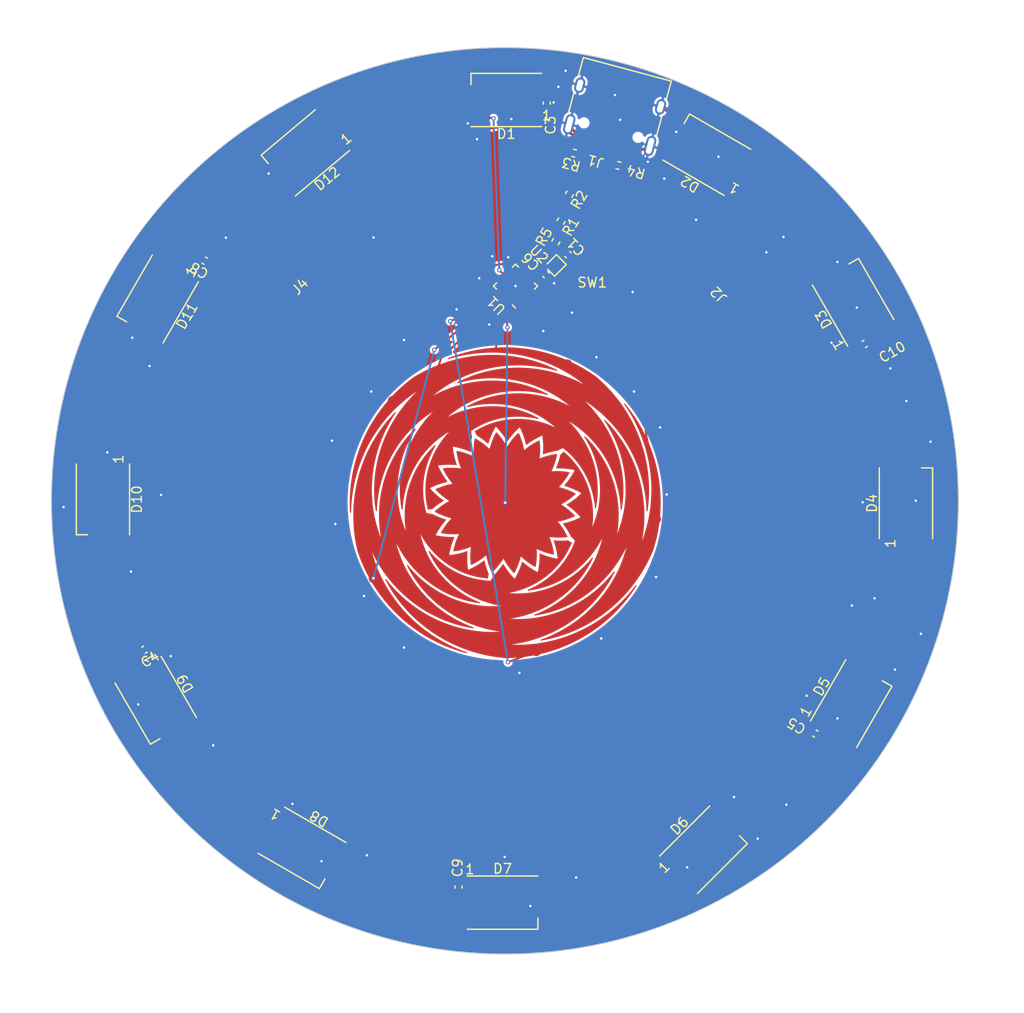
<source format=kicad_pcb>
(kicad_pcb (version 20221018) (generator pcbnew)
  (layers (0 "F.Cu" signal) (31 "B.Cu" signal) (34 "B.Paste" user) (35 "F.Paste" user) (36 "B.SilkS" user "B.Silkscreen") (37 "F.SilkS" user "F.Silkscreen") (38 "B.Mask" user) (39 "F.Mask" user) (44 "Edge.Cuts" user))
  (net 0 "")
  (net 1 "+5V")
  (net 2 "GND")
  (net 3 "Net-(D1-DOUT)")
  (net 4 "WS2812B")
  (net 5 "Net-(D2-DOUT)")
  (net 6 "Net-(D3-DOUT)")
  (net 7 "Net-(D4-DOUT)")
  (net 8 "Net-(D5-DOUT)")
  (net 9 "Net-(D6-DOUT)")
  (net 10 "Net-(D7-DOUT)")
  (net 11 "Net-(D8-DOUT)")
  (net 12 "Net-(D10-DIN)")
  (net 13 "Net-(D10-DOUT)")
  (net 14 "Net-(D11-DOUT)")
  (net 16 "Net-(J1-CC1)")
  (net 17 "Net-(J1-D+-PadA6)")
  (net 18 "Net-(J1-D--PadA7)")
  (net 20 "Net-(J1-CC2)")
  (net 22 "D-")
  (net 23 "D+")
  (net 24 "DPU")
  (net 25 "PD7NRST")
  (net 26 "A1")
  (net 27 "A0")
  (net 29 "VDD")
  (net 31 "A2")
  (net 34 "SWIO")
  (net 35 "A3")
  (net 36 "A4")
  (net 37 "A7")
  (net 38 "A5")
  (net 39 "A6")
  (footprint "Capacitor_SMD:C_0402_1005Metric" (layer "F.Cu") (at 152.409411 65.549411 -45)
    (fp_text reference "C1")
    (fp_text value "1u")
  )
  (footprint "Capacitor_SMD:C_0402_1005Metric" (layer "F.Cu") (at 183.04 74.77 30)
    (fp_text reference "C10")
    (fp_text value "1u")
  )
  (footprint "Resistor_SMD:R_0402_1005Metric" (layer "F.Cu") (at 153.042622 55.061999 165)
    (fp_text reference "R3")
    (fp_text value "5.1k")
  )
  (footprint "LED_SMD:LED_WS2812B_PLCC4_5.0x5.0mm_P3.2mm" (layer "F.Cu") (at 124.951226 126.817678 -30)
    (fp_text reference "D8")
    (fp_text value "LC8812B-5050RGBY")
  )
  (footprint "Capacitor_SMD:C_0402_1005Metric" (layer "F.Cu") (at 141.11 130.86 -90)
    (fp_text reference "C9")
    (fp_text value "1u")
  )
  (footprint "Resistor_SMD:R_0402_1005Metric" (layer "F.Cu") (at 157.61 56.33 -15)
    (fp_text reference "R4")
    (fp_text value "5.1k")
  )
  (footprint "Resistor_SMD:R_0402_1005Metric" (layer "F.Cu") (at 152.555 59.301673 -120)
    (fp_text reference "R2")
    (fp_text value "33")
  )
  (footprint "LED_SMD:LED_WS2812B_PLCC4_5.0x5.0mm_P3.2mm" (layer "F.Cu") (at 146.04598 49.568801 180)
    (fp_text reference "D1")
    (fp_text value "LC8812B-5050RGBY")
  )
  (footprint "cnhardware:xdfn-reg" (layer "F.Cu") (at 151.116066 66.658959 -45)
    (fp_text reference "U2")
    (fp_text value "3.3vReg")
  )
  (footprint "LED_SMD:LED_WS2812B_PLCC4_5.0x5.0mm_P3.2mm" (layer "F.Cu") (at 181.646267 111.916164 60)
    (fp_text reference "D5")
    (fp_text value "LC8812B-5050RGBY")
  )
  (footprint "LED_SMD:LED_WS2812B_PLCC4_5.0x5.0mm_P3.2mm" (layer "F.Cu") (at 166.401826 127.015667 45)
    (fp_text reference "D6")
    (fp_text value "LC8812B-5050RGBY")
  )
  (footprint "LED_SMD:LED_WS2812B_PLCC4_5.0x5.0mm_P3.2mm" (layer "F.Cu") (at 125.294155 55.023133 -140)
    (fp_text reference "D12")
    (fp_text value "LC8812B-5050RGBY")
  )
  (footprint "cnhardware:touchpad_12.5x7mm_retircle" (layer "F.Cu") (at 168.32 69.32 135)
    (fp_text reference "J2")
    (fp_text value "~")
  )
  (footprint "Resistor_SMD:R_0402_1005Metric" (layer "F.Cu") (at 151.16 64.19 -120)
    (fp_text reference "R5")
    (fp_text value "1.5k 1%")
  )
  (footprint "Capacitor_SMD:C_0402_1005Metric" (layer "F.Cu") (at 150.139411 67.609411 -45)
    (fp_text reference "C6")
    (fp_text value "1u")
  )
  (footprint "LED_SMD:LED_WS2812B_PLCC4_5.0x5.0mm_P3.2mm" (layer "F.Cu") (at 166.744754 55.221123 150)
    (fp_text reference "D2")
    (fp_text value "LC8812B-5050RGBY")
  )
  (footprint "LED_SMD:LED_WS2812B_PLCC4_5.0x5.0mm_P3.2mm" (layer "F.Cu") (at 110.049713 70.122636 -120)
    (fp_text reference "D11")
    (fp_text value "LC8812B-5050RGBY")
  )
  (footprint "Capacitor_SMD:C_0402_1005Metric" (layer "F.Cu") (at 114.91 66.16 150)
    (fp_text reference "C8")
    (fp_text value "1u")
  )
  (footprint "LED_SMD:LED_WS2812B_PLCC4_5.0x5.0mm_P3.2mm" (layer "F.Cu") (at 104.397391 90.821411 -90)
    (fp_text reference "D10")
    (fp_text value "LC8812B-5050RGBY")
  )
  (footprint "cnhardware:Touch_Teeth_5" (layer "F.Cu") (at 129.927014 75.162716)
    (fp_text reference "J3" hide)
    (fp_text value "TouchTeeth" hide)
  )
  (footprint "Resistor_SMD:R_0402_1005Metric" (layer "F.Cu") (at 151.69 62.07 -120)
    (fp_text reference "R1")
    (fp_text value "33")
  )
  (footprint "Capacitor_SMD:C_0402_1005Metric" (layer "F.Cu") (at 108.685692 106.35 -150)
    (fp_text reference "C4")
    (fp_text value "1u")
  )
  (footprint "cnhardware:TS-1187A-B-A-B-TACTILE" (layer "F.Cu") (at 154.91 71.425)
    (fp_text reference "SW1")
    (fp_text value "BOOT")
  )
  (footprint "Package_DFN_QFN:QFN-20-1EP_3x3mm_P0.4mm_EP1.65x1.65mm" (layer "F.Cu") (at 146.990381 68.78901 135)
    (fp_text reference "U1")
    (fp_text value "CH32V003F4U6")
  )
  (footprint "Connector_USB:USB_C_Receptacle_HRO_TYPE-C-31-M-12" (layer "F.Cu") (at 157.52 50.17 165)
    (fp_text reference "J1")
    (fp_text value "USB_C_Receptacle_USB2.0")
  )
  (footprint "LED_SMD:LED_WS2812B_PLCC4_5.0x5.0mm_P3.2mm" (layer "F.Cu") (at 181.844257 70.465565 120)
    (fp_text reference "D3")
    (fp_text value "LC8812B-5050RGBY")
  )
  (footprint "Capacitor_SMD:C_0402_1005Metric" (layer "F.Cu") (at 177.944308 115.01 -30)
    (fp_text reference "C5")
    (fp_text value "1u")
  )
  (footprint "cnhardware:touchpad_12.5x7mm_retircle" (layer "F.Cu") (at 125.1 69.19 45)
    (fp_text reference "J4")
    (fp_text value "~")
  )
  (footprint "Capacitor_SMD:C_0402_1005Metric" (layer "F.Cu") (at 150.22 49.89 90)
    (fp_text reference "C3")
    (fp_text value "1u")
  )
  (footprint "LED_SMD:LED_WS2812B_PLCC4_5.0x5.0mm_P3.2mm" (layer "F.Cu") (at 145.65 132.47)
    (fp_text reference "D7")
    (fp_text value "LC8812B-5050RGBY")
  )
  (footprint "LED_SMD:LED_WS2812B_PLCC4_5.0x5.0mm_P3.2mm" (layer "F.Cu") (at 187.29859 91.21739 90)
    (fp_text reference "D4")
    (fp_text value "LC8812B-5050RGBY")
  )
  (footprint "LED_SMD:LED_WS2812B_PLCC4_5.0x5.0mm_P3.2mm" (layer "F.Cu") (at 109.851723 111.573236 -60)
    (fp_text reference "D9")
    (fp_text value "LC8812B-5050RGBY")
  )
  (gr_circle (center 145.896719 90.97) (end 192.236719 97.68) (stroke (width 0.1)) (fill none) (layer "Edge.Cuts"))
  (segment (start 106.86 92.35) (end 109.545883 106.03) (width 0.25) (layer "F.Cu") (net 1))
  (segment (start 115.401675 66.591675) (end 125.62 58.13) (width 0.25) (layer "F.Cu") (net 1))
  (segment (start 109.101384 106.11) (end 109.545883 106.03) (width 0.2) (layer "F.Cu") (net 1))
  (segment (start 181.01 107.6) (end 185.64859 93.66739) (width 0.25) (layer "F.Cu") (net 1))
  (segment (start 177.66 68.54) (end 168.041516 57.875065) (width 0.25) (layer "F.Cu") (net 1))
  (segment (start 155.04 51.91) (end 154.98 51.4) (width 0.25) (layer "F.Cu") (net 1))
  (segment (start 162.52 55.6) (end 164.21 56.63) (width 0.25) (layer "F.Cu") (net 1))
  (segment (start 181.640315 73.412327) (end 178.78 70.44) (width 0.25) (layer "F.Cu") (net 1))
  (segment (start 125.62 58.13) (end 128.231563 54.712277) (width 0.25) (layer "F.Cu") (net 1))
  (segment (start 165.9 123.59) (end 178.992325 113.212926) (width 0.25) (layer "F.Cu") (net 1))
  (segment (start 143.2 130.82) (end 147.09 129.95) (width 0.25) (layer "F.Cu") (net 1))
  (segment (start 178.78 70.44) (end 177.66 68.54) (width 0.25) (layer "F.Cu") (net 1))
  (segment (start 154.98 51.4) (end 154.41 50.94) (width 0.25) (layer "F.Cu") (net 1))
  (segment (start 178.992325 113.212926) (end 179.96 109.03) (width 0.25) (layer "F.Cu") (net 1))
  (segment (start 111.44 73.06) (end 106.047391 88.371411) (width 0.25) (layer "F.Cu") (net 1))
  (segment (start 151.91 66.24) (end 151.717107 66.552893) (width 0.2) (layer "F.Cu") (net 1))
  (segment (start 112.7 111.31) (end 110.055665 108.626474) (width 0.25) (layer "F.Cu") (net 1))
  (segment (start 161.78 52.85) (end 162.485018 55.47) (width 0.25) (layer "F.Cu") (net 1))
  (segment (start 154.106559 53.443063) (end 154.64 52.44) (width 0.25) (layer "F.Cu") (net 1))
  (segment (start 184.95 92.09) (end 185.64859 93.66739) (width 0.25) (layer "F.Cu") (net 1))
  (segment (start 109.545883 106.03) (end 110.055665 108.626474) (width 0.25) (layer "F.Cu") (net 1))
  (segment (start 162.485018 55.47) (end 162.52 55.6) (width 0.25) (layer "F.Cu") (net 1))
  (segment (start 115.245692 66.06) (end 115.401675 66.591675) (width 0.2) (layer "F.Cu") (net 1))
  (segment (start 181.640315 73.412327) (end 182.624308 75.01) (width 0.25) (layer "F.Cu") (net 1))
  (segment (start 163.502688 127.581352) (end 165.9 123.59) (width 0.25) (layer "F.Cu") (net 1))
  (segment (start 151.5 65.87) (end 151.91 66.24) (width 0.2) (layer "F.Cu") (net 1))
  (segment (start 158.84 53.64) (end 158.87 52.94) (width 0.25) (layer "F.Cu") (net 1))
  (segment (start 179.96 109.03) (end 181.01 107.6) (width 0.25) (layer "F.Cu") (net 1))
  (segment (start 154.41 50.94) (end 152.23 50.2) (width 0.25) (layer "F.Cu") (net 1))
  (segment (start 150.22 50.37) (end 150.21 50.751143) (width 0.2) (layer "F.Cu") (net 1))
  (segment (start 128.231563 54.712277) (end 147.31 52.08) (width 0.25) (layer "F.Cu") (net 1))
  (segment (start 182.624308 75.01) (end 184.95 92.09) (width 0.25) (layer "F.Cu") (net 1))
  (segment (start 151.5 65.87) (end 152.07 65.21) (width 0.2) (layer "F.Cu") (net 1))
  (segment (start 112.703655 68.825874) (end 115.401675 66.591675) (width 0.25) (layer "F.Cu") (net 1))
  (segment (start 164.21 56.63) (end 168.041516 57.875065) (width 0.25) (layer "F.Cu") (net 1))
  (segment (start 106.047391 88.371411) (end 106.86 92.35) (width 0.25) (layer "F.Cu") (net 1))
  (segment (start 123.654464 124.163736) (end 112.7 111.31) (width 0.25) (layer "F.Cu") (net 1))
  (segment (start 162.485018 55.47) (end 152.07 65.21) (width 0.25) (layer "F.Cu") (net 1))
  (segment (start 159.25 52.52) (end 161.05 52.28) (width 0.25) (layer "F.Cu") (net 1))
  (segment (start 112.703655 68.825874) (end 111.44 73.06) (width 0.25) (layer "F.Cu") (net 1))
  (segment (start 158.87 52.94) (end 159.25 52.52) (width 0.25) (layer "F.Cu") (net 1))
  (segment (start 161.05 52.28) (end 161.78 52.85) (width 0.25) (layer "F.Cu") (net 1))
  (segment (start 152.23 50.2) (end 150.21 50.751143) (width 0.25) (layer "F.Cu") (net 1))
  (segment (start 151.222132 66.057918) (end 151.5 65.87) (width 0.2) (layer "F.Cu") (net 1))
  (segment (start 143.2 130.82) (end 127.23 125.28) (width 0.25) (layer "F.Cu") (net 1))
  (segment (start 158.839595 54.711277) (end 158.84 53.64) (width 0.25) (layer "F.Cu") (net 1))
  (segment (start 150.21 50.751143) (end 148.49598 51.218801) (width 0.25) (layer "F.Cu") (net 1))
  (segment (start 147.31 52.08) (end 148.49598 51.218801) (width 0.25) (layer "F.Cu") (net 1))
  (segment (start 127.23 125.28) (end 123.654464 124.163736) (width 0.25) (layer "F.Cu") (net 1))
  (segment (start 154.64 52.44) (end 155.04 51.91) (width 0.25) (layer "F.Cu") (net 1))
  (segment (start 147.09 129.95) (end 163.502688 127.581352) (width 0.25) (layer "F.Cu") (net 1))
  (segment (start 180.74 113.75) (end 184.300209 110.619402) (width 0.2) (layer "F.Cu") (net 2))
  (segment (start 110.58 68.84) (end 107.395771 71.419398) (width 0.2) (layer "F.Cu") (net 2))
  (segment (start 107.11 111.82) (end 109.647781 114.519998) (width 0.25) (layer "F.Cu") (net 2))
  (segment (start 122.78 128.91) (end 126.247988 129.47162) (width 0.25) (layer "F.Cu") (net 2))
  (segment (start 144.51 135.19) (end 148.1 134.12) (width 0.25) (layer "F.Cu") (net 2))
  (segment (start 152.42 66.8) (end 151.63 67.35) (width 0.2) (layer "F.Cu") (net 2))
  (segment (start 158.102622 56.461998) (end 159.33 55.9) (width 0.2) (layer "F.Cu") (net 2))
  (segment (start 120.71 127.8) (end 122.78 128.91) (width 0.25) (layer "F.Cu") (net 2))
  (segment (start 152.748822 65.888822) (end 152.42 66.8) (width 0.2) (layer "F.Cu") (net 2))
  (segment (start 147.894482 69.115518) (end 146.990381 68.78901) (width 0.2) (layer "F.Cu") (net 2))
  (segment (start 174.95 122.35) (end 182.64 115.79) (width 0.25) (layer "F.Cu") (net 2))
  (segment (start 152.748822 65.888822) (end 153.79 65.27) (width 0.2) (layer "F.Cu") (net 2))
  (segment (start 139.04 73.03) (end 139.76 73.32) (width 0.2) (layer "F.Cu") (net 2))
  (segment (start 101.84 87.03) (end 107.395771 71.419398) (width 0.25) (layer "F.Cu") (net 2))
  (segment (start 165.67 131.51) (end 167.27 129.9) (width 0.25) (layer "F.Cu") (net 2))
  (segment (start 114.494308 65.92) (end 110.58 68.84) (width 0.2) (layer "F.Cu") (net 2))
  (segment (start 141.11 131.34) (end 143.01 132.18) (width 0.2) (layer "F.Cu") (net 2))
  (segment (start 169.300964 126.449982) (end 174.95 122.35) (width 0.25) (layer "F.Cu") (net 2))
  (segment (start 147.894482 69.115518) (end 147.52 68.73) (width 0.2) (layer "F.Cu") (net 2))
  (segment (start 109.647781 114.519998) (end 120.71 127.8) (width 0.25) (layer "F.Cu") (net 2))
  (segment (start 182.64 115.79) (end 183.41 114.18) (width 0.25) (layer "F.Cu") (net 2))
  (segment (start 151.01 67.26) (end 151.116066 66.658959) (width 0.2) (layer "F.Cu") (net 2))
  (segment (start 108.95 109.67) (end 109.647781 114.519998) (width 0.2) (layer "F.Cu") (net 2))
  (segment (start 108.27 106.59) (end 108.95 109.67) (width 0.2) (layer "F.Cu") (net 2))
  (segment (start 165.447992 52.567181) (end 161.96456 50.273876) (width 0.25) (layer "F.Cu") (net 2))
  (segment (start 149.09 69.93) (end 150.478822 67.948822) (width 0.2) (layer "F.Cu") (net 2))
  (segment (start 178.36 115.25) (end 180.74 113.75) (width 0.2) (layer "F.Cu") (net 2))
  (segment (start 167.27 129.9) (end 169.300964 126.449982) (width 0.25) (layer "F.Cu") (net 2))
  (segment (start 148.9 46.79) (end 143.59598 47.918801) (width 0.25) (layer "F.Cu") (net 2))
  (segment (start 143.59598 47.918801) (end 125.99 50.94) (width 0.25) (layer "F.Cu") (net 2))
  (segment (start 142.34 135.26) (end 144.51 135.19) (width 0.25) (layer "F.Cu") (net 2))
  (segment (start 148.68 69.93) (end 149.09 69.93) (width 0.2) (layer "F.Cu") (net 2))
  (segment (start 150.478822 67.948822) (end 150.975501 68.504499) (width 0.2) (layer "F.Cu") (net 2))
  (segment (start 188.94859 88.76739) (end 187.340996 80.65) (width 0.25) (layer "F.Cu") (net 2))
  (segment (start 152.537097 52.07525) (end 153.333818 53.236008) (width 0.25) (layer "F.Cu") (net 2))
  (segment (start 105.88 110.03) (end 107.11 111.82) (width 0.25) (layer "F.Cu") (net 2))
  (segment (start 150.478822 67.948822) (end 151.01 67.26) (width 0.2) (layer "F.Cu") (net 2))
  (segment (start 153.61896 48.03768) (end 148.9 46.79) (width 0.25) (layer "F.Cu") (net 2))
  (segment (start 108.45 67.4) (end 109.62 65.5) (width 0.25) (layer "F.Cu") (net 2))
  (segment (start 107.395771 71.419398) (end 108.45 67.4) (width 0.25) (layer "F.Cu") (net 2))
  (segment (start 140.91 71.2) (end 139.05 71.75) (width 0.2) (layer "F.Cu") (net 2))
  (segment (start 151.91 69.55) (end 157.91 69.55) (width 0.2) (layer "F.Cu") (net 2))
  (segment (start 126.247988 129.47162) (end 142.34 135.26) (width 0.25) (layer "F.Cu") (net 2))
  (segment (start 150.975501 68.504499) (end 151.91 69.55) (width 0.2) (layer "F.Cu") (net 2))
  (segment (start 189.91 92.45) (end 188.94859 88.76739) (width 0.2) (layer "F.Cu") (net 2))
  (segment (start 185.62 71.96) (end 184.81 70.33) (width 0.25) (layer "F.Cu") (net 2))
  (segment (start 102.747391 93.271411) (end 101.82 89.37) (width 0.25) (layer "F.Cu") (net 2))
  (segment (start 183.41 114.18) (end 184.300209 110.619402) (width 0.25) (layer "F.Cu") (net 2))
  (segment (start 139.76 73.32) (end 140.87 72.79) (width 0.2) (layer "F.Cu") (net 2))
  (segment (start 101.82 89.37) (end 101.84 87.03) (width 0.25) (layer "F.Cu") (net 2))
  (segment (start 152.55 54.930001) (end 153.333818 53.236008) (width 0.2) (layer "F.Cu") (net 2))
  (segment (start 139.05 71.75) (end 139.04 73.03) (width 0.2) (layer "F.Cu") (net 2))
  (segment (start 189.74 95.04) (end 189.91 92.45) (width 0.2) (layer "F.Cu") (net 2))
  (segment (start 146.58 49.03) (end 143.59598 47.918801) (width 0.2) (layer "F.Cu") (net 2))
  (segment (start 143.01 132.18) (end 148.1 134.12) (width 0.2) (layer "F.Cu") (net 2))
  (segment (start 159.612336 54.918332) (end 159.33 55.9) (width 0.25) (layer "F.Cu") (net 2))
  (segment (start 109.62 65.5) (end 122.356747 55.333989) (width 0.25) (layer "F.Cu") (net 2))
  (segment (start 187.340996 80.65) (end 185.62 71.96) (width 0.25) (layer "F.Cu") (net 2))
  (segment (start 125.99 50.94) (end 124.72 52.21) (width 0.25) (layer "F.Cu") (net 2))
  (segment (start 159.612336 54.918332) (end 160.882696 54.311446) (width 0.25) (layer "F.Cu") (net 2))
  (segment (start 148.298529 69.531472) (end 148.68 69.93) (width 0.2) (layer "F.Cu") (net 2))
  (segment (start 151.63 67.35) (end 151.01 67.26) (width 0.2) (layer "F.Cu") (net 2))
  (segment (start 150.22 49.41) (end 146.58 49.03) (width 0.2) (layer "F.Cu") (net 2))
  (segment (start 124.72 52.21) (end 122.356747 55.333989) (width 0.25) (layer "F.Cu") (net 2))
  (segment (start 184.81 70.33) (end 182.048199 67.518803) (width 0.25) (layer "F.Cu") (net 2))
  (segment (start 184.300209 110.619402) (end 189.74 95.04) (width 0.2) (layer "F.Cu") (net 2))
  (segment (start 157.91 69.55) (end 159.08 69.41) (width 0.2) (layer "F.Cu") (net 2))
  (segment (start 102.747391 93.271411) (end 105.88 110.03) (width 0.25) (layer "F.Cu") (net 2))
  (segment (start 148.298529 69.531472) (end 147.894482 69.115518) (width 0.2) (layer "F.Cu") (net 2))
  (segment (start 148.1 134.12) (end 165.67 131.51) (width 0.25) (layer "F.Cu") (net 2))
  (via (at 149.86 73.43) (size 0.45) (drill 0.25) (layers "F.Cu" "B.Cu") (net 2))
  (via (at 146.56 51.54) (size 0.45) (drill 0.25) (layers "F.Cu" "B.Cu") (net 2))
  (via (at 108.04 112) (size 0.45) (drill 0.25) (layers "F.Cu" "B.Cu") (net 2))
  (via (at 160.65 55.95) (size 0.45) (drill 0.25) (layers "F.Cu" "B.Cu") (net 2))
  (via (at 142.06 51.98) (size 0.45) (drill 0.25) (layers "F.Cu" "B.Cu") (net 2))
  (via (at 182.23 71.01) (size 0.45) (drill 0.25) (layers "F.Cu" "B.Cu") (net 2))
  (via (at 151.41 48.21) (size 0.45) (drill 0.25) (layers "F.Cu" "B.Cu") (net 2))
  (via (at 143.01 53.62) (size 0.45) (drill 0.25) (layers "F.Cu" "B.Cu") (net 2))
  (via (at 186.17 108.4) (size 0.45) (drill 0.25) (layers "F.Cu" "B.Cu") (net 2))
  (via (at 132.33 63.77) (size 0.45) (drill 0.25) (layers "F.Cu" "B.Cu") (net 2))
  (via (at 169.55 121.57) (size 0.45) (drill 0.25) (layers "F.Cu" "B.Cu") (net 2))
  (via (at 146.24 65.81) (size 0.45) (drill 0.25) (layers "F.Cu" "B.Cu") (net 2))
  (via (at 182.82 91.12) (size 0.45) (drill 0.25) (layers "F.Cu" "B.Cu") (net 2))
  (via (at 164.71 128.83) (size 0.45) (drill 0.25) (layers "F.Cu" "B.Cu") (net 2))
  (via (at 150.975501 68.504499) (size 0.45) (drill 0.25) (layers "F.Cu" "B.Cu") (net 2))
  (via (at 171.99 125.86) (size 0.45) (drill 0.25) (layers "F.Cu" "B.Cu") (net 2))
  (via (at 174.65 63.71) (size 0.45) (drill 0.25) (layers "F.Cu" "B.Cu") (net 2))
  (via (at 123.96 122.27) (size 0.45) (drill 0.25) (layers "F.Cu" "B.Cu") (net 2))
  (via (at 126.96 128.19) (size 0.45) (drill 0.25) (layers "F.Cu" "B.Cu") (net 2))
  (via (at 146.990381 68.78901) (size 0.45) (drill 0.25) (layers "F.Cu" "B.Cu") (net 2))
  (via (at 140.87 72.79) (size 0.45) (drill 0.25) (layers "F.Cu" "B.Cu") (net 2))
  (via (at 184.05 101.04) (size 0.45) (drill 0.25) (layers "F.Cu" "B.Cu") (net 2))
  (via (at 153.79 65.27) (size 0.45) (drill 0.25) (layers "F.Cu" "B.Cu") (net 2))
  (via (at 185.69 77.29) (size 0.45) (drill 0.25) (layers "F.Cu" "B.Cu") (net 2))
  (via (at 167.94 55.43) (size 0.45) (drill 0.25) (layers "F.Cu" "B.Cu") (net 2))
  (via (at 179.61 74.64) (size 0.45) (drill 0.25) (layers "F.Cu" "B.Cu") (net 2))
  (via (at 131.65 127.58) (size 0.45) (drill 0.25) (layers "F.Cu" "B.Cu") (net 2))
  (via (at 100.33 91.62) (size 0.45) (drill 0.25) (layers "F.Cu" "B.Cu") (net 2))
  (via (at 180.23 113.44) (size 0.45) (drill 0.25) (layers "F.Cu" "B.Cu") (net 2))
  (via (at 150.92 49.82) (size 0.45) (drill 0.25) (layers "F.Cu" "B.Cu") (net 2))
  (via (at 132.1 79.68) (size 0.45) (drill 0.25) (layers "F.Cu" "B.Cu") (net 2))
  (via (at 145.87 127.75) (size 0.45) (drill 0.25) (layers "F.Cu" "B.Cu") (net 2))
  (via (at 189.83 84.86) (size 0.45) (drill 0.25) (layers "F.Cu" "B.Cu") (net 2))
  (via (at 172.89 65.3) (size 0.45) (drill 0.25) (layers "F.Cu" "B.Cu") (net 2))
  (via (at 144.28 72.76) (size 0.45) (drill 0.25) (layers "F.Cu" "B.Cu") (net 2))
  (via (at 155.34 76.13) (size 0.45) (drill 0.25) (layers "F.Cu" "B.Cu") (net 2))
  (via (at 180.22 66.29) (size 0.45) (drill 0.25) (layers "F.Cu" "B.Cu") (net 2))
  (via (at 152.81 71.53) (size 0.45) (drill 0.25) (layers "F.Cu" "B.Cu") (net 2))
  (via (at 155.84 105.19) (size 0.45) (drill 0.25) (layers "F.Cu" "B.Cu") (net 2))
  (via (at 163.58 52.86) (size 0.45) (drill 0.25) (layers "F.Cu" "B.Cu") (net 2))
  (via (at 128.05 84.75) (size 0.45) (drill 0.25) (layers "F.Cu" "B.Cu") (net 2))
  (via (at 159.08 69.41) (size 0.45) (drill 0.25) (layers "F.Cu" "B.Cu") (net 2))
  (via (at 144.59 65.71) (size 0.45) (drill 0.25) (layers "F.Cu" "B.Cu") (net 2))
  (via (at 140.91 71.2) (size 0.45) (drill 0.25) (layers "F.Cu" "B.Cu") (net 2))
  (via (at 174.95 122.35) (size 0.45) (drill 0.25) (layers "F.Cu" "B.Cu") (net 2))
  (via (at 128.39 93.36) (size 0.45) (drill 0.25) (layers "F.Cu" "B.Cu") (net 2))
  (via (at 109.21 77.05) (size 0.45) (drill 0.25) (layers "F.Cu" "B.Cu") (net 2))
  (via (at 161.5 98.85) (size 0.45) (drill 0.25) (layers "F.Cu" "B.Cu") (net 2))
  (via (at 152.16 46.55) (size 0.45) (drill 0.25) (layers "F.Cu" "B.Cu") (net 2))
  (via (at 162.6 90.32) (size 0.45) (drill 0.25) (layers "F.Cu" "B.Cu") (net 2))
  (via (at 143.24 67.97) (size 0.45) (drill 0.25) (layers "F.Cu" "B.Cu") (net 2))
  (via (at 181.71 101.79) (size 0.45) (drill 0.25) (layers "F.Cu" "B.Cu") (net 2))
  (via (at 107.43 74.12) (size 0.45) (drill 0.25) (layers "F.Cu" "B.Cu") (net 2))
  (via (at 131.34 100.8) (size 0.45) (drill 0.25) (layers "F.Cu" "B.Cu") (net 2))
  (via (at 157.26 49.06) (size 0.45) (drill 0.25) (layers "F.Cu" "B.Cu") (net 2))
  (via (at 135.48 74.36) (size 0.45) (drill 0.25) (layers "F.Cu" "B.Cu") (net 2))
  (via (at 115.78 116.23) (size 0.45) (drill 0.25) (layers "F.Cu" "B.Cu") (net 2))
  (via (at 104.85 85.96) (size 0.45) (drill 0.25) (layers "F.Cu" "B.Cu") (net 2))
  (via (at 153.25 129.87) (size 0.45) (drill 0.25) (layers "F.Cu" "B.Cu") (net 2))
  (via (at 111.4 107.01) (size 0.45) (drill 0.25) (layers "F.Cu" "B.Cu") (net 2))
  (via (at 162.35 57.69) (size 0.45) (drill 0.25) (layers "F.Cu" "B.Cu") (net 2))
  (via (at 107.3 98.28) (size 0.45) (drill 0.25) (layers "F.Cu" "B.Cu") (net 2))
  (via (at 165.63 61.94) (size 0.45) (drill 0.25) (layers "F.Cu" "B.Cu") (net 2))
  (via (at 177.05 111.1) (size 0.45) (drill 0.25) (layers "F.Cu" "B.Cu") (net 2))
  (via (at 188.31 90.95) (size 0.45) (drill 0.25) (layers "F.Cu" "B.Cu") (net 2))
  (via (at 147.39 108.74) (size 0.45) (drill 0.25) (layers "F.Cu" "B.Cu") (net 2))
  (via (at 188.84 104.71) (size 0.45) (drill 0.25) (layers "F.Cu" "B.Cu") (net 2))
  (via (at 110.39 90.36) (size 0.45) (drill 0.25) (layers "F.Cu" "B.Cu") (net 2))
  (via (at 163.87 124.28) (size 0.45) (drill 0.25) (layers "F.Cu" "B.Cu") (net 2))
  (via (at 121.5 57.17) (size 0.45) (drill 0.25) (layers "F.Cu" "B.Cu") (net 2))
  (via (at 117.09 63.79) (size 0.45) (drill 0.25) (layers "F.Cu" "B.Cu") (net 2))
  (via (at 159.22 79.68) (size 0.45) (drill 0.25) (layers "F.Cu" "B.Cu") (net 2))
  (via (at 148.52 132.83) (size 0.45) (drill 0.25) (layers "F.Cu" "B.Cu") (net 2))
  (via (at 157.8 51.61) (size 0.45) (drill 0.25) (layers "F.Cu" "B.Cu") (net 2))
  (via (at 187.340996 80.65) (size 0.45) (drill 0.25) (layers "F.Cu" "B.Cu") (net 2))
  (via (at 135.48 106.12) (size 0.45) (drill 0.25) (layers "F.Cu" "B.Cu") (net 2))
  (via (at 161.92 83.39) (size 0.45) (drill 0.25) (layers "F.Cu" "B.Cu") (net 2))
  (segment (start 152.81 71.53) (end 149.86 73.43) (width 0.2) (layer "B.Cu") (net 2))
  (segment (start 146.77 72.3) (end 144.28 72.76) (width 0.2) (layer "B.Cu") (net 2))
  (segment (start 157.26 49.06) (end 161.96456 50.273876) (width 0.25) (layer "B.Cu") (net 2))
  (segment (start 152.537097 52.07525) (end 153.61896 48.03768) (width 0.25) (layer "B.Cu") (net 2))
  (segment (start 146.990381 68.78901) (end 150.975501 68.504499) (width 0.2) (layer "B.Cu") (net 2))
  (segment (start 161.96456 50.273876) (end 160.882696 54.311446) (width 0.25) (layer "B.Cu") (net 2))
  (segment (start 153.61896 48.03768) (end 157.26 49.06) (width 0.25) (layer "B.Cu") (net 2))
  (segment (start 153.79 65.27) (end 160.882696 54.311446) (width 0.2) (layer "B.Cu") (net 2))
  (segment (start 150.975501 68.504499) (end 159.41 71.321489) (width 0.2) (layer "B.Cu") (net 2))
  (segment (start 149.86 73.43) (end 146.77 72.3) (width 0.2) (layer "B.Cu") (net 2))
  (segment (start 159.41 71.321489) (end 159.51 71.354887) (width 0.2) (layer "B.Cu") (net 2))
  (segment (start 159.51 71.354887) (end 187.340996 80.65) (width 0.2) (layer "B.Cu") (net 2))
  (segment (start 144.28 72.76) (end 140.91 71.2) (width 0.2) (layer "B.Cu") (net 2))
  (segment (start 159.41 71.321489) (end 152.81 71.53) (width 0.2) (layer "B.Cu") (net 2))
  (segment (start 152.71 49.68) (end 161.81 51.52) (width 0.25) (layer "F.Cu") (net 3))
  (segment (start 161.81 51.52) (end 163.797992 55.425065) (width 0.25) (layer "F.Cu") (net 3))
  (segment (start 148.49598 47.918801) (end 152.71 49.68) (width 0.25) (layer "F.Cu") (net 3))
  (segment (start 144.72 51.47) (end 143.59598 51.218801) (width 0.2) (layer "F.Cu") (net 4))
  (segment (start 145.965076 67.763705) (end 145.31 67.14) (width 0.2) (layer "F.Cu") (net 4))
  (via (at 145.31 67.14) (size 0.45) (drill 0.25) (layers "F.Cu" "B.Cu") (net 4))
  (via (at 144.72 51.47) (size 0.45) (drill 0.25) (layers "F.Cu" "B.Cu") (net 4))
  (segment (start 145.31 67.14) (end 144.72 51.47) (width 0.2) (layer "B.Cu") (net 4))
  (segment (start 169.691516 55.017181) (end 179.190315 69.168803) (width 0.25) (layer "F.Cu") (net 5))
  (segment (start 184.498199 71.762327) (end 185.64859 88.76739) (width 0.25) (layer "F.Cu") (net 6))
  (segment (start 188.94859 93.66739) (end 181.442325 108.969402) (width 0.25) (layer "F.Cu") (net 7))
  (segment (start 181.850209 114.862926) (end 166.967511 124.116529) (width 0.25) (layer "F.Cu") (net 8))
  (segment (start 165.836141 129.914805) (end 148.1 130.82) (width 0.25) (layer "F.Cu") (net 9))
  (segment (start 127.897988 126.613736) (end 143.2 134.12) (width 0.25) (layer "F.Cu") (net 10))
  (segment (start 122.004464 127.02162) (end 112.505665 112.869998) (width 0.25) (layer "F.Cu") (net 11))
  (segment (start 107.197781 110.276474) (end 106.047391 93.271411) (width 0.25) (layer "F.Cu") (net 12))
  (segment (start 102.747391 88.371411) (end 110.253655 73.069398) (width 0.25) (layer "F.Cu") (net 13))
  (segment (start 109.845771 67.175874) (end 124.477946 57.861936) (width 0.25) (layer "F.Cu") (net 14))
  (segment (start 157.117378 56.198002) (end 157.680484 54.400694) (width 0.2) (layer "F.Cu") (net 16))
  (segment (start 156.76 53.07) (end 156.3 52.96) (width 0.2) (layer "F.Cu") (net 17))
  (segment (start 156.89 53.35) (end 156.76 53.07) (width 0.2) (layer "F.Cu") (net 17))
  (segment (start 155.748633 53.883056) (end 155.45 54.95) (width 0.2) (layer "F.Cu") (net 17))
  (segment (start 156.3 52.96) (end 156 53.03) (width 0.2) (layer "F.Cu") (net 17))
  (segment (start 156 53.03) (end 155.748633 53.883056) (width 0.2) (layer "F.Cu") (net 17))
  (segment (start 156.714558 54.141875) (end 156.89 53.35) (width 0.2) (layer "F.Cu") (net 17))
  (segment (start 155.45 54.95) (end 152.81 58.86) (width 0.2) (layer "F.Cu") (net 17))
  (segment (start 155.421867 55.891867) (end 155.92 55.07) (width 0.2) (layer "F.Cu") (net 18))
  (segment (start 151.945 61.628327) (end 155.421867 55.891867) (width 0.2) (layer "F.Cu") (net 18))
  (segment (start 156.21 55.66) (end 155.421867 55.891867) (width 0.2) (layer "F.Cu") (net 18))
  (segment (start 155.92 55.07) (end 156.231596 54.012465) (width 0.2) (layer "F.Cu") (net 18))
  (segment (start 157.197521 54.271284) (end 156.93 55.19) (width 0.2) (layer "F.Cu") (net 18))
  (segment (start 156.93 55.19) (end 156.21 55.66) (width 0.2) (layer "F.Cu") (net 18))
  (segment (start 154.56 54.42) (end 154.782707 53.624237) (width 0.2) (layer "F.Cu") (net 20))
  (segment (start 153.535244 55.193997) (end 154.56 54.42) (width 0.2) (layer "F.Cu") (net 20))
  (segment (start 150.64 64.01) (end 150.41 64.19) (width 0.2) (layer "F.Cu") (net 22))
  (segment (start 151.415 63.748327) (end 150.64 64.01) (width 0.2) (layer "F.Cu") (net 22))
  (segment (start 148.76 67.01) (end 148.015686 67.763705) (width 0.2) (layer "F.Cu") (net 22))
  (segment (start 151.415 63.748327) (end 151.435 62.511673) (width 0.2) (layer "F.Cu") (net 22))
  (segment (start 150.41 64.19) (end 148.76 67.01) (width 0.2) (layer "F.Cu") (net 22))
  (segment (start 148.419317 66.799948) (end 150.56 62.97) (width 0.2) (layer "F.Cu") (net 23))
  (segment (start 150.56 62.97) (end 150.82 62.21) (width 0.2) (layer "F.Cu") (net 23))
  (segment (start 147.732843 67.480862) (end 148.419317 66.799948) (width 0.2) (layer "F.Cu") (net 23))
  (segment (start 150.82 62.21) (end 152.3 59.743346) (width 0.2) (layer "F.Cu") (net 23))
  (segment (start 149.92 66.07) (end 150.905 64.631673) (width 0.2) (layer "F.Cu") (net 24))
  (segment (start 149.06 67.27) (end 149.92 66.07) (width 0.2) (layer "F.Cu") (net 24))
  (segment (start 148.298529 68.046548) (end 149.06 67.27) (width 0.2) (layer "F.Cu") (net 24))
  (segment (start 148.68 71.6) (end 147.45 70.38) (width 0.2) (layer "F.Cu") (net 25))
  (segment (start 151.91 73.3) (end 148.68 71.6) (width 0.2) (layer "F.Cu") (net 25))
  (segment (start 157.91 73.3) (end 151.91 73.3) (width 0.2) (layer "F.Cu") (net 25))
  (segment (start 161.355587 88.13) (end 161.38 88.24) (width 0.2) (layer "F.Cu") (net 26))
  (segment (start 149.39 71.32) (end 152.33 72.06) (width 0.2) (layer "F.Cu") (net 26))
  (segment (start 161.516015 92.849556) (end 161.355587 88.13) (width 0.2) (layer "F.Cu") (net 26))
  (segment (start 158 72.12) (end 158.91 72.82) (width 0.2) (layer "F.Cu") (net 26))
  (segment (start 152.33 72.06) (end 158 72.12) (width 0.2) (layer "F.Cu") (net 26))
  (segment (start 158.91 72.82) (end 160.51 84.32) (width 0.2) (layer "F.Cu") (net 26))
  (segment (start 160.51 84.32) (end 161.355587 88.13) (width 0.2) (layer "F.Cu") (net 26))
  (segment (start 148.57325 70.936342) (end 149.39 71.32) (width 0.2) (layer "F.Cu") (net 26))
  (segment (start 147.732843 70.097158) (end 148.57325 70.936342) (width 0.2) (layer "F.Cu") (net 26))
  (segment (start 166.01 70.8) (end 168.32 69.32) (width 0.2) (layer "F.Cu") (net 27))
  (segment (start 148.015686 69.814315) (end 148.75 70.56) (width 0.2) (layer "F.Cu") (net 27))
  (segment (start 149.3 70.8) (end 166.01 70.8) (width 0.2) (layer "F.Cu") (net 27))
  (segment (start 148.75 70.56) (end 149.3 70.8) (width 0.2) (layer "F.Cu") (net 27))
  (segment (start 148.581371 68.329391) (end 149.07 67.83) (width 0.2) (layer "F.Cu") (net 29))
  (segment (start 149.498959 67.596066) (end 149.8 67.27) (width 0.2) (layer "F.Cu") (net 29))
  (segment (start 149.8 67.27) (end 150.515025 66.765025) (width 0.2) (layer "F.Cu") (net 29))
  (segment (start 149.07 67.83) (end 149.498959 67.596066) (width 0.2) (layer "F.Cu") (net 29))
  (segment (start 146.530762 67.19802) (end 145.89 66.48) (width 0.2) (layer "F.Cu") (net 31))
  (segment (start 145.89 66.48) (end 125.1 69.19) (width 0.2) (layer "F.Cu") (net 31))
  (segment (start 140.25 72.41) (end 142.29 71.59) (width 0.2) (layer "F.Cu") (net 35))
  (segment (start 149.14 106.51) (end 146.21 107.64) (width 0.2) (layer "F.Cu") (net 35))
  (segment (start 142.29 71.59) (end 145.399391 69.248629) (width 0.2) (layer "F.Cu") (net 35))
  (via (at 140.25 72.41) (size 0.45) (drill 0.25) (layers "F.Cu" "B.Cu") (net 35))
  (via (at 146.21 107.64) (size 0.45) (drill 0.25) (layers "F.Cu" "B.Cu") (net 35))
  (segment (start 146.21 107.64) (end 140.25 72.41) (width 0.2) (layer "B.Cu") (net 35))
  (segment (start 145.682233 69.531472) (end 144.99 70.2) (width 0.2) (layer "F.Cu") (net 36))
  (segment (start 144.99 70.2) (end 138.61 75.37) (width 0.2) (layer "F.Cu") (net 36))
  (via (at 132.323749 98.961023) (size 0.45) (drill 0.25) (layers "F.Cu" "B.Cu") (net 36))
  (via (at 138.61 75.37) (size 0.45) (drill 0.25) (layers "F.Cu" "B.Cu") (net 36))
  (segment (start 138.61 75.37) (end 132.323749 98.961023) (width 0.2) (layer "B.Cu") (net 36))
  (segment (start 134.306748 80.635046) (end 138.96 77.25) (width 0.2) (layer "F.Cu") (net 37))
  (segment (start 139.32 76.22) (end 138.96 77.25) (width 0.2) (layer "F.Cu") (net 37))
  (segment (start 145.965076 69.814315) (end 144.943669 70.819337) (width 0.2) (layer "F.Cu") (net 37))
  (segment (start 144.943669 70.819337) (end 139.32 76.22) (width 0.2) (layer "F.Cu") (net 37))
  (segment (start 145.33 70.97) (end 145.14 72.55) (width 0.2) (layer "F.Cu") (net 38))
  (segment (start 148.4 75.61) (end 152.348559 76.857956) (width 0.2) (layer "F.Cu") (net 38))
  (segment (start 146.247919 70.097158) (end 145.33 70.97) (width 0.2) (layer "F.Cu") (net 38))
  (segment (start 145.14 72.55) (end 144.98 75.27) (width 0.2) (layer "F.Cu") (net 38))
  (segment (start 144.98 75.27) (end 148.4 75.61) (width 0.2) (layer "F.Cu") (net 38))
  (segment (start 145.98 70.9) (end 146.530762 70.38) (width 0.2) (layer "F.Cu") (net 39))
  (segment (start 146.16 73.05) (end 145.98 70.9) (width 0.2) (layer "F.Cu") (net 39))
  (via (at 145.927014 91.162716) (size 0.45) (drill 0.25) (layers "F.Cu" "B.Cu") (net 39))
  (via (at 146.16 73.05) (size 0.45) (drill 0.25) (layers "F.Cu" "B.Cu") (net 39))
  (segment (start 146.16 73.05) (end 145.927014 91.162716) (width 0.2) (layer "B.Cu") (net 39))
  (zone (net 2) (net_name "GND") (layers "F&B.Cu") (connect_pads (clearance 0.25)) (min_thickness 0.25) (fill yes (thermal_gap 0.25) (thermal_bridge_width 0.25))
    (polygon (pts (xy 97.56 42.4) (xy 191.1 39.24) (xy 199.51 142.84) (xy 93.77 143.89)))
  )
)
</source>
